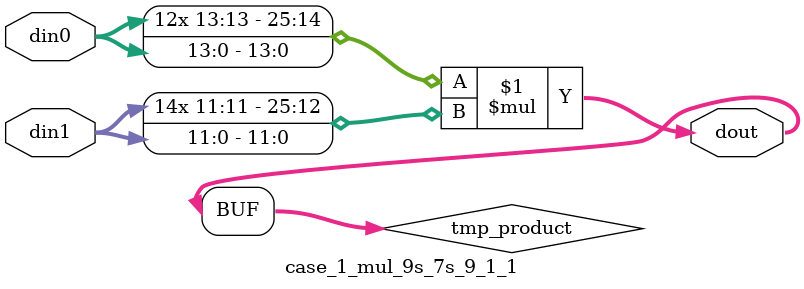
<source format=v>

`timescale 1 ns / 1 ps

 module case_1_mul_9s_7s_9_1_1(din0, din1, dout);
parameter ID = 1;
parameter NUM_STAGE = 0;
parameter din0_WIDTH = 14;
parameter din1_WIDTH = 12;
parameter dout_WIDTH = 26;

input [din0_WIDTH - 1 : 0] din0; 
input [din1_WIDTH - 1 : 0] din1; 
output [dout_WIDTH - 1 : 0] dout;

wire signed [dout_WIDTH - 1 : 0] tmp_product;



























assign tmp_product = $signed(din0) * $signed(din1);








assign dout = tmp_product;





















endmodule

</source>
